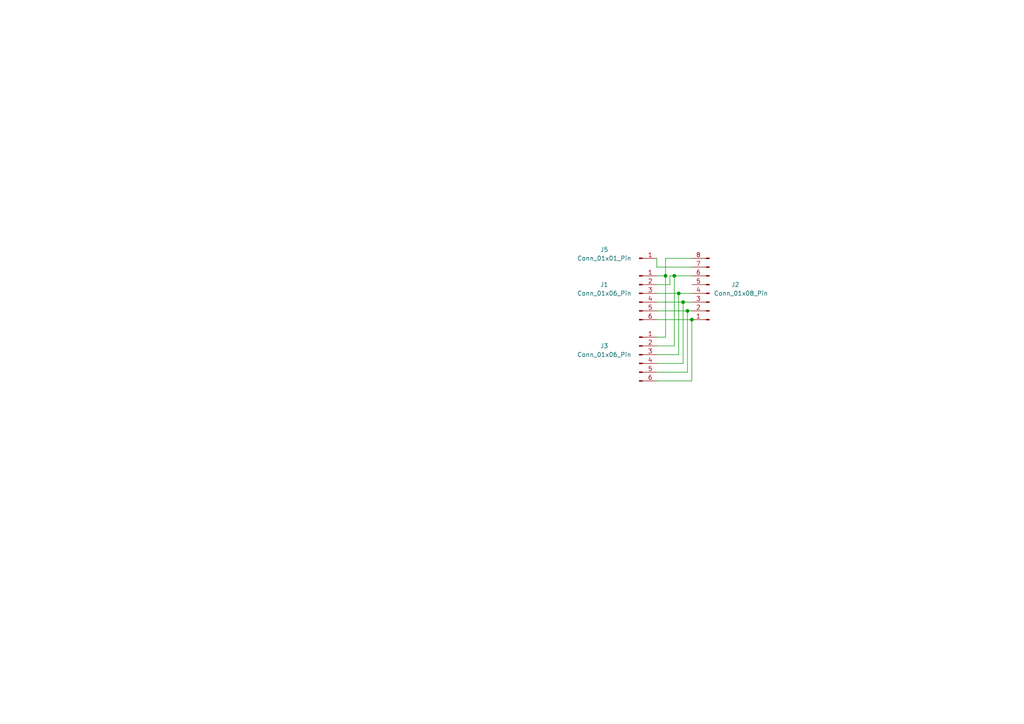
<source format=kicad_sch>
(kicad_sch (version 20230121) (generator eeschema)
  (paper "A4")
  (lib_symbols
    (symbol "Connector:Conn_01x01_Pin" (pin_names (offset 1.016) hide)
      (property "Reference" "J" (at 0 2.54 0))
      (property "Value" "Conn_01x01_Pin" (at 0 -2.54 0))
      (symbol "Conn_01x01_Pin_1_1"
        (polyline (pts (xy 1.27 0) (xy 0.8636 0)) (stroke (width 0.1524)))
        (rectangle (start 0.8636 0.127) (end 0 -0.127) (stroke (width 0.1524)) (fill (type outline)))
        (pin passive line (at 5.08 0 180) (length 3.81) (name "Pin_1") (number "1"))
      )
    )
    (symbol "Connector:Conn_01x06_Pin" (pin_names (offset 1.016) hide)
      (property "Reference" "J" (at 0 7.62 0))
      (property "Value" "Conn_01x06_Pin" (at 0 -10.16 0))
      (symbol "Conn_01x06_Pin_1_1"
        (polyline (pts (xy 1.27 -7.62) (xy 0.8636 -7.62)) (stroke (width 0.1524)))
        (polyline (pts (xy 1.27 -5.08) (xy 0.8636 -5.08)) (stroke (width 0.1524)))
        (polyline (pts (xy 1.27 -2.54) (xy 0.8636 -2.54)) (stroke (width 0.1524)))
        (polyline (pts (xy 1.27 0) (xy 0.8636 0)) (stroke (width 0.1524)))
        (polyline (pts (xy 1.27 2.54) (xy 0.8636 2.54)) (stroke (width 0.1524)))
        (polyline (pts (xy 1.27 5.08) (xy 0.8636 5.08)) (stroke (width 0.1524)))
        (rectangle (start 0.8636 -7.493) (end 0 -7.747) (stroke (width 0.1524)) (fill (type outline)))
        (rectangle (start 0.8636 -4.953) (end 0 -5.207) (stroke (width 0.1524)) (fill (type outline)))
        (rectangle (start 0.8636 -2.413) (end 0 -2.667) (stroke (width 0.1524)) (fill (type outline)))
        (rectangle (start 0.8636 0.127) (end 0 -0.127) (stroke (width 0.1524)) (fill (type outline)))
        (rectangle (start 0.8636 2.667) (end 0 2.413) (stroke (width 0.1524)) (fill (type outline)))
        (rectangle (start 0.8636 5.207) (end 0 4.953) (stroke (width 0.1524)) (fill (type outline)))
        (pin passive line (at 5.08 5.08 180) (length 3.81) (name "Pin_1") (number "1"))
        (pin passive line (at 5.08 2.54 180) (length 3.81) (name "Pin_2") (number "2"))
        (pin passive line (at 5.08 0 180) (length 3.81) (name "Pin_3") (number "3"))
        (pin passive line (at 5.08 -2.54 180) (length 3.81) (name "Pin_4") (number "4"))
        (pin passive line (at 5.08 -5.08 180) (length 3.81) (name "Pin_5") (number "5"))
        (pin passive line (at 5.08 -7.62 180) (length 3.81) (name "Pin_6") (number "6"))
      )
    )
    (symbol "Connector:Conn_01x08_Pin" (pin_names (offset 1.016) hide)
      (property "Reference" "J" (at 0 10.16 0))
      (property "Value" "Conn_01x08_Pin" (at 0 -12.7 0))
      (symbol "Conn_01x08_Pin_1_1"
        (polyline (pts (xy 1.27 -10.16) (xy 0.8636 -10.16)) (stroke (width 0.1524)))
        (polyline (pts (xy 1.27 -7.62) (xy 0.8636 -7.62)) (stroke (width 0.1524)))
        (polyline (pts (xy 1.27 -5.08) (xy 0.8636 -5.08)) (stroke (width 0.1524)))
        (polyline (pts (xy 1.27 -2.54) (xy 0.8636 -2.54)) (stroke (width 0.1524)))
        (polyline (pts (xy 1.27 0) (xy 0.8636 0)) (stroke (width 0.1524)))
        (polyline (pts (xy 1.27 2.54) (xy 0.8636 2.54)) (stroke (width 0.1524)))
        (polyline (pts (xy 1.27 5.08) (xy 0.8636 5.08)) (stroke (width 0.1524)))
        (polyline (pts (xy 1.27 7.62) (xy 0.8636 7.62)) (stroke (width 0.1524)))
        (rectangle (start 0.8636 -10.033) (end 0 -10.287) (stroke (width 0.1524)) (fill (type outline)))
        (rectangle (start 0.8636 -7.493) (end 0 -7.747) (stroke (width 0.1524)) (fill (type outline)))
        (rectangle (start 0.8636 -4.953) (end 0 -5.207) (stroke (width 0.1524)) (fill (type outline)))
        (rectangle (start 0.8636 -2.413) (end 0 -2.667) (stroke (width 0.1524)) (fill (type outline)))
        (rectangle (start 0.8636 0.127) (end 0 -0.127) (stroke (width 0.1524)) (fill (type outline)))
        (rectangle (start 0.8636 2.667) (end 0 2.413) (stroke (width 0.1524)) (fill (type outline)))
        (rectangle (start 0.8636 5.207) (end 0 4.953) (stroke (width 0.1524)) (fill (type outline)))
        (rectangle (start 0.8636 7.747) (end 0 7.493) (stroke (width 0.1524)) (fill (type outline)))
        (pin passive line (at 5.08 7.62 180) (length 3.81) (name "Pin_1") (number "1"))
        (pin passive line (at 5.08 5.08 180) (length 3.81) (name "Pin_2") (number "2"))
        (pin passive line (at 5.08 2.54 180) (length 3.81) (name "Pin_3") (number "3"))
        (pin passive line (at 5.08 0 180) (length 3.81) (name "Pin_4") (number "4"))
        (pin passive line (at 5.08 -2.54 180) (length 3.81) (name "Pin_5") (number "5"))
        (pin passive line (at 5.08 -5.08 180) (length 3.81) (name "Pin_6") (number "6"))
        (pin passive line (at 5.08 -7.62 180) (length 3.81) (name "Pin_7") (number "7"))
        (pin passive line (at 5.08 -10.16 180) (length 3.81) (name "Pin_8") (number "8"))
      )
    )
  )
  (junction (at 193.04 80.01))
  (junction (at 196.85 85.09))
  (junction (at 199.39 90.17))
  (junction (at 195.58 80.01))
  (junction (at 198.12 87.63))
  (junction (at 200.66 92.71))
  (wire (pts (xy 198.12 87.63) (xy 200.66 87.63)))
  (wire (pts (xy 193.04 74.93) (xy 200.66 74.93)))
  (wire (pts (xy 195.58 80.01) (xy 200.66 80.01)))
  (wire (pts (xy 190.5 82.55) (xy 194.31 82.55)))
  (wire (pts (xy 193.04 80.01) (xy 193.04 97.79)))
  (wire (pts (xy 190.5 92.71) (xy 200.66 92.71)))
  (wire (pts (xy 190.5 107.95) (xy 199.39 107.95)))
  (wire (pts (xy 190.5 110.49) (xy 200.66 110.49)))
  (wire (pts (xy 190.5 90.17) (xy 199.39 90.17)))
  (wire (pts (xy 196.85 85.09) (xy 200.66 85.09)))
  (wire (pts (xy 194.31 82.55) (xy 194.31 80.01)))
  (wire (pts (xy 190.5 80.01) (xy 193.04 80.01)))
  (wire (pts (xy 190.5 100.33) (xy 195.58 100.33)))
  (wire (pts (xy 199.39 90.17) (xy 200.66 90.17)))
  (wire (pts (xy 190.5 87.63) (xy 198.12 87.63)))
  (wire (pts (xy 190.5 102.87) (xy 196.85 102.87)))
  (wire (pts (xy 194.31 80.01) (xy 195.58 80.01)))
  (wire (pts (xy 195.58 100.33) (xy 195.58 80.01)))
  (wire (pts (xy 199.39 107.95) (xy 199.39 90.17)))
  (wire (pts (xy 196.85 102.87) (xy 196.85 85.09)))
  (wire (pts (xy 190.5 77.47) (xy 200.66 77.47)))
  (wire (pts (xy 190.5 85.09) (xy 196.85 85.09)))
  (wire (pts (xy 190.5 105.41) (xy 198.12 105.41)))
  (wire (pts (xy 190.5 97.79) (xy 193.04 97.79)))
  (wire (pts (xy 198.12 105.41) (xy 198.12 87.63)))
  (wire (pts (xy 193.04 80.01) (xy 193.04 74.93)))
  (wire (pts (xy 200.66 110.49) (xy 200.66 92.71)))
  (wire (pts (xy 190.5 74.93) (xy 190.5 77.47)))
  (symbol (lib_id "Connector:Conn_01x06_Pin") (at 185.42 102.87 0) (unit 1)
    (property "Reference" "J3" (at 175.26 100.33 0))
    (property "Value" "Conn_01x06_Pin" (at 175.26 102.87 0))
    (property "Footprint" "Connector_PinHeader_2.54mm:PinHeader_1x06_P2.54mm_Vertical" (effects hide))
  )
  (symbol (lib_id "Connector:Conn_01x08_Pin") (at 205.74 85.09 180) (unit 1)
    (property "Reference" "J2" (at 212.09 82.55 0) (effects (justify right)))
    (property "Value" "Conn_01x08_Pin" (at 207.01 85.09 0) (effects (justify right)))
    (property "Footprint" "Connector_PinHeader_2.54mm:PinHeader_1x08_P2.54mm_Vertical" (effects hide))
  )
  (symbol (lib_id "Connector:Conn_01x06_Pin") (at 185.42 85.09 0) (unit 1)
    (property "Reference" "J1" (at 175.26 82.55 0))
    (property "Value" "Conn_01x06_Pin" (at 175.26 85.09 0))
    (property "Footprint" "Connector_PinHeader_2.54mm:PinHeader_1x06_P2.54mm_Vertical" (effects hide))
  )
  (symbol (lib_id "Connector:Conn_01x01_Pin") (at 185.42 74.93 0) (unit 1)
    (property "Reference" "J5" (at 175.26 72.39 0))
    (property "Value" "Conn_01x01_Pin" (at 175.26 74.93 0))
    (property "Footprint" "Connector_PinHeader_2.54mm:PinHeader_1x01_P2.54mm_Vertical" (effects hide))
  )
)
</source>
